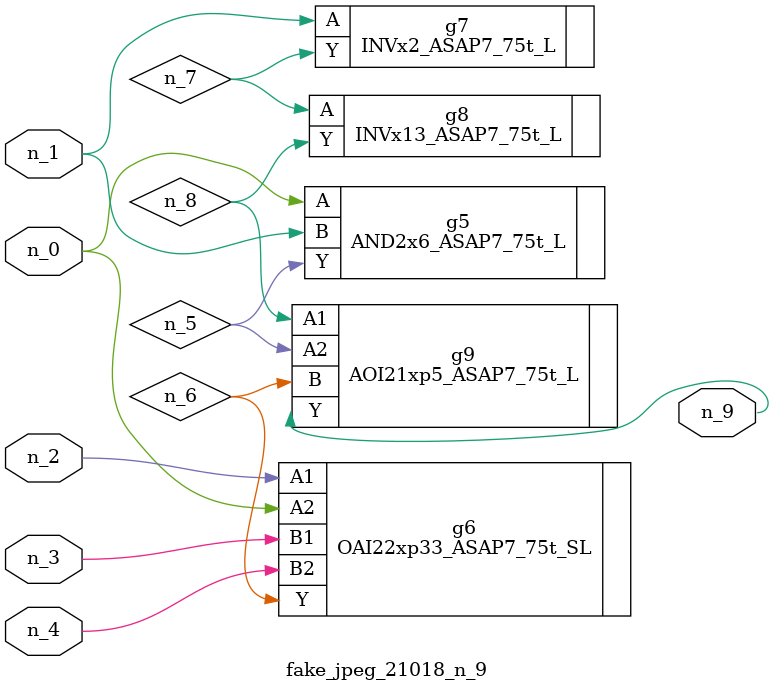
<source format=v>
module fake_jpeg_21018_n_9 (n_3, n_2, n_1, n_0, n_4, n_9);

input n_3;
input n_2;
input n_1;
input n_0;
input n_4;

output n_9;

wire n_8;
wire n_6;
wire n_5;
wire n_7;

AND2x6_ASAP7_75t_L g5 ( 
.A(n_0),
.B(n_1),
.Y(n_5)
);

OAI22xp33_ASAP7_75t_SL g6 ( 
.A1(n_2),
.A2(n_0),
.B1(n_3),
.B2(n_4),
.Y(n_6)
);

INVx2_ASAP7_75t_L g7 ( 
.A(n_1),
.Y(n_7)
);

INVx13_ASAP7_75t_L g8 ( 
.A(n_7),
.Y(n_8)
);

AOI21xp5_ASAP7_75t_L g9 ( 
.A1(n_8),
.A2(n_5),
.B(n_6),
.Y(n_9)
);


endmodule
</source>
